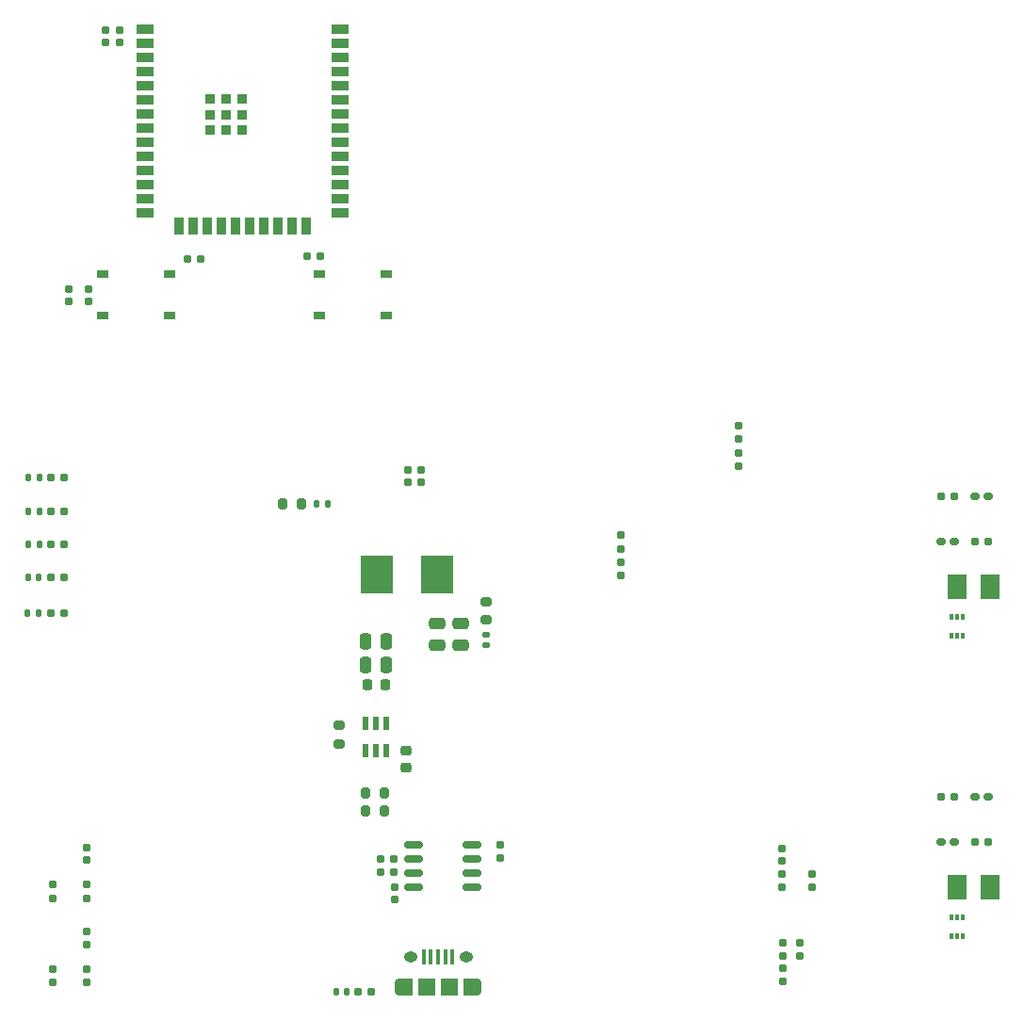
<source format=gbr>
%TF.GenerationSoftware,KiCad,Pcbnew,8.0.2*%
%TF.CreationDate,2024-05-05T14:46:41+02:00*%
%TF.ProjectId,Panelizacja,50616e65-6c69-47a6-9163-6a612e6b6963,rev?*%
%TF.SameCoordinates,Original*%
%TF.FileFunction,Paste,Top*%
%TF.FilePolarity,Positive*%
%FSLAX46Y46*%
G04 Gerber Fmt 4.6, Leading zero omitted, Abs format (unit mm)*
G04 Created by KiCad (PCBNEW 8.0.2) date 2024-05-05 14:46:41*
%MOMM*%
%LPD*%
G01*
G04 APERTURE LIST*
G04 Aperture macros list*
%AMRoundRect*
0 Rectangle with rounded corners*
0 $1 Rounding radius*
0 $2 $3 $4 $5 $6 $7 $8 $9 X,Y pos of 4 corners*
0 Add a 4 corners polygon primitive as box body*
4,1,4,$2,$3,$4,$5,$6,$7,$8,$9,$2,$3,0*
0 Add four circle primitives for the rounded corners*
1,1,$1+$1,$2,$3*
1,1,$1+$1,$4,$5*
1,1,$1+$1,$6,$7*
1,1,$1+$1,$8,$9*
0 Add four rect primitives between the rounded corners*
20,1,$1+$1,$2,$3,$4,$5,0*
20,1,$1+$1,$4,$5,$6,$7,0*
20,1,$1+$1,$6,$7,$8,$9,0*
20,1,$1+$1,$8,$9,$2,$3,0*%
G04 Aperture macros list end*
%ADD10RoundRect,0.250000X0.475000X-0.250000X0.475000X0.250000X-0.475000X0.250000X-0.475000X-0.250000X0*%
%ADD11RoundRect,0.155000X0.155000X-0.212500X0.155000X0.212500X-0.155000X0.212500X-0.155000X-0.212500X0*%
%ADD12RoundRect,0.160000X0.197500X0.160000X-0.197500X0.160000X-0.197500X-0.160000X0.197500X-0.160000X0*%
%ADD13RoundRect,0.160000X-0.197500X-0.160000X0.197500X-0.160000X0.197500X0.160000X-0.197500X0.160000X0*%
%ADD14RoundRect,0.147500X-0.147500X-0.172500X0.147500X-0.172500X0.147500X0.172500X-0.147500X0.172500X0*%
%ADD15RoundRect,0.147500X0.172500X-0.147500X0.172500X0.147500X-0.172500X0.147500X-0.172500X-0.147500X0*%
%ADD16RoundRect,0.160000X0.160000X-0.197500X0.160000X0.197500X-0.160000X0.197500X-0.160000X-0.197500X0*%
%ADD17RoundRect,0.250000X-0.250000X-0.475000X0.250000X-0.475000X0.250000X0.475000X-0.250000X0.475000X0*%
%ADD18R,0.600000X1.250000*%
%ADD19RoundRect,0.155000X-0.155000X0.212500X-0.155000X-0.212500X0.155000X-0.212500X0.155000X0.212500X0*%
%ADD20R,1.000000X0.750000*%
%ADD21RoundRect,0.160000X0.222500X0.160000X-0.222500X0.160000X-0.222500X-0.160000X0.222500X-0.160000X0*%
%ADD22RoundRect,0.160000X-0.222500X-0.160000X0.222500X-0.160000X0.222500X0.160000X-0.222500X0.160000X0*%
%ADD23RoundRect,0.200000X-0.200000X-0.275000X0.200000X-0.275000X0.200000X0.275000X-0.200000X0.275000X0*%
%ADD24RoundRect,0.160000X-0.160000X0.197500X-0.160000X-0.197500X0.160000X-0.197500X0.160000X0.197500X0*%
%ADD25RoundRect,0.225000X-0.225000X-0.250000X0.225000X-0.250000X0.225000X0.250000X-0.225000X0.250000X0*%
%ADD26RoundRect,0.200000X0.275000X-0.200000X0.275000X0.200000X-0.275000X0.200000X-0.275000X-0.200000X0*%
%ADD27RoundRect,0.225000X-0.250000X0.225000X-0.250000X-0.225000X0.250000X-0.225000X0.250000X0.225000X0*%
%ADD28R,2.950000X3.500000*%
%ADD29RoundRect,0.200000X0.200000X0.275000X-0.200000X0.275000X-0.200000X-0.275000X0.200000X-0.275000X0*%
%ADD30RoundRect,0.147500X0.147500X0.172500X-0.147500X0.172500X-0.147500X-0.172500X0.147500X-0.172500X0*%
%ADD31R,1.800000X2.250000*%
%ADD32RoundRect,0.150000X0.675000X0.150000X-0.675000X0.150000X-0.675000X-0.150000X0.675000X-0.150000X0*%
%ADD33R,0.300000X0.475000*%
%ADD34O,0.890000X1.550000*%
%ADD35O,1.250000X0.950000*%
%ADD36R,0.400000X1.350000*%
%ADD37R,1.200000X1.550000*%
%ADD38R,1.500000X1.550000*%
%ADD39R,1.500000X0.900000*%
%ADD40R,0.900000X1.500000*%
%ADD41R,0.900000X0.900000*%
G04 APERTURE END LIST*
D10*
%TO.C,C5*%
X54007121Y-85742878D03*
X54007121Y-83842878D03*
%TD*%
D11*
%TO.C,C11*%
X85007121Y-105160378D03*
X85007121Y-104025378D03*
%TD*%
D12*
%TO.C,R1*%
X32797500Y-51000000D03*
X31602500Y-51000000D03*
%TD*%
%TO.C,R8*%
X50107121Y-106192878D03*
X48912121Y-106192878D03*
%TD*%
D13*
%TO.C,R2*%
X99318500Y-72384000D03*
X100513500Y-72384000D03*
%TD*%
D14*
%TO.C,D2*%
X17217121Y-82892878D03*
X18187121Y-82892878D03*
%TD*%
D12*
%TO.C,R1*%
X103561500Y-103448000D03*
X102366500Y-103448000D03*
%TD*%
D15*
%TO.C,D4*%
X58457121Y-85777878D03*
X58457121Y-84807878D03*
%TD*%
D16*
%TO.C,R24*%
X22507121Y-108492878D03*
X22507121Y-107297878D03*
%TD*%
D12*
%TO.C,R1*%
X103561500Y-76448000D03*
X102366500Y-76448000D03*
%TD*%
D17*
%TO.C,C6*%
X47582121Y-85392878D03*
X49482121Y-85392878D03*
%TD*%
D18*
%TO.C,IC1*%
X49482121Y-92742878D03*
X48532121Y-92742878D03*
X47582121Y-92742878D03*
X47582121Y-95242878D03*
X48532121Y-95242878D03*
X49482121Y-95242878D03*
%TD*%
D16*
%TO.C,R26*%
X86607121Y-113690378D03*
X86607121Y-112495378D03*
%TD*%
D13*
%TO.C,R2*%
X42352500Y-50750000D03*
X43547500Y-50750000D03*
%TD*%
%TO.C,R2*%
X99318500Y-99384000D03*
X100513500Y-99384000D03*
%TD*%
D19*
%TO.C,C12*%
X85107121Y-114825378D03*
X85107121Y-115960378D03*
%TD*%
D11*
%TO.C,C1*%
X24200000Y-31567500D03*
X24200000Y-30432500D03*
%TD*%
D14*
%TO.C,D8*%
X17307121Y-70692878D03*
X18277121Y-70692878D03*
%TD*%
D13*
%TO.C,R9*%
X46912121Y-116892878D03*
X48107121Y-116892878D03*
%TD*%
D16*
%TO.C,R1*%
X70507121Y-79487878D03*
X70507121Y-78292878D03*
%TD*%
D20*
%TO.C,SW2*%
X49450000Y-56125000D03*
X43450000Y-56125000D03*
X49450000Y-52375000D03*
X43450000Y-52375000D03*
%TD*%
D13*
%TO.C,R3*%
X51409621Y-69992878D03*
X52604621Y-69992878D03*
%TD*%
D21*
%TO.C,D1*%
X103536500Y-72384000D03*
X102391500Y-72384000D03*
%TD*%
D22*
%TO.C,D2*%
X99343500Y-76448000D03*
X100488500Y-76448000D03*
%TD*%
D23*
%TO.C,R11*%
X47582121Y-100642878D03*
X49232121Y-100642878D03*
%TD*%
D13*
%TO.C,R4*%
X51409621Y-71092878D03*
X52604621Y-71092878D03*
%TD*%
D20*
%TO.C,SW1*%
X29950000Y-56125000D03*
X23950000Y-56125000D03*
X29950000Y-52375000D03*
X23950000Y-52375000D03*
%TD*%
D11*
%TO.C,C2*%
X25450000Y-31567500D03*
X25450000Y-30432500D03*
%TD*%
D21*
%TO.C,D1*%
X103536500Y-99384000D03*
X102391500Y-99384000D03*
%TD*%
D14*
%TO.C,D6*%
X17304621Y-76692878D03*
X18274621Y-76692878D03*
%TD*%
D12*
%TO.C,R7*%
X50104621Y-104992878D03*
X48909621Y-104992878D03*
%TD*%
D24*
%TO.C,R21*%
X19507121Y-114895378D03*
X19507121Y-116090378D03*
%TD*%
D14*
%TO.C,D1*%
X44924621Y-116892878D03*
X45894621Y-116892878D03*
%TD*%
%TO.C,D5*%
X17239621Y-79692878D03*
X18209621Y-79692878D03*
%TD*%
D25*
%TO.C,C8*%
X47782121Y-89292878D03*
X49332121Y-89292878D03*
%TD*%
D17*
%TO.C,C7*%
X47582121Y-87492878D03*
X49482121Y-87492878D03*
%TD*%
D11*
%TO.C,C10*%
X22507121Y-112660378D03*
X22507121Y-111525378D03*
%TD*%
D26*
%TO.C,R10*%
X45182121Y-94617878D03*
X45182121Y-92967878D03*
%TD*%
D16*
%TO.C,R5*%
X81107121Y-67190378D03*
X81107121Y-65995378D03*
%TD*%
D24*
%TO.C,R27*%
X85107121Y-112495378D03*
X85107121Y-113690378D03*
%TD*%
D12*
%TO.C,R18*%
X20502121Y-73692878D03*
X19307121Y-73692878D03*
%TD*%
D27*
%TO.C,C3*%
X51257121Y-95217878D03*
X51257121Y-96767878D03*
%TD*%
D28*
%TO.C,L1*%
X54007121Y-79392878D03*
X48557121Y-79392878D03*
%TD*%
D29*
%TO.C,R12*%
X49232121Y-99042878D03*
X47582121Y-99042878D03*
%TD*%
D30*
%TO.C,D3*%
X44182121Y-73092878D03*
X43212121Y-73092878D03*
%TD*%
D16*
%TO.C,R6*%
X81107121Y-69690378D03*
X81107121Y-68495378D03*
%TD*%
D31*
%TO.C,C1*%
X100777400Y-107512000D03*
X103677400Y-107512000D03*
%TD*%
D19*
%TO.C,C3*%
X20900000Y-53732500D03*
X20900000Y-54867500D03*
%TD*%
D11*
%TO.C,C9*%
X22507121Y-105060378D03*
X22507121Y-103925378D03*
%TD*%
D32*
%TO.C,U1*%
X57132121Y-107497878D03*
X57132121Y-106227878D03*
X57132121Y-104957878D03*
X57132121Y-103687878D03*
X51882121Y-103687878D03*
X51882121Y-104957878D03*
X51882121Y-106227878D03*
X51882121Y-107497878D03*
%TD*%
D22*
%TO.C,D2*%
X99343500Y-103448000D03*
X100488500Y-103448000D03*
%TD*%
D12*
%TO.C,R19*%
X20502121Y-70692878D03*
X19307121Y-70692878D03*
%TD*%
D33*
%TO.C,IC1*%
X100250600Y-84906000D03*
X100750600Y-84906000D03*
X101250600Y-84906000D03*
X101250600Y-83230000D03*
X100750600Y-83230000D03*
X100250600Y-83230000D03*
%TD*%
D16*
%TO.C,R2*%
X70507121Y-77085378D03*
X70507121Y-75890378D03*
%TD*%
D10*
%TO.C,C4*%
X56107121Y-85742878D03*
X56107121Y-83842878D03*
%TD*%
D24*
%TO.C,R23*%
X87707121Y-106295378D03*
X87707121Y-107490378D03*
%TD*%
D34*
%TO.C,J14*%
X50607121Y-116492878D03*
D35*
X51607121Y-113792878D03*
X56607121Y-113792878D03*
D34*
X57607121Y-116492878D03*
D36*
X52807121Y-113792878D03*
X53457121Y-113792878D03*
X54107121Y-113792878D03*
X54757121Y-113792878D03*
X55407121Y-113792878D03*
D37*
X51207121Y-116492878D03*
D38*
X53107121Y-116492878D03*
X55107121Y-116492878D03*
D37*
X57007121Y-116492878D03*
%TD*%
D12*
%TO.C,R17*%
X20502121Y-76692878D03*
X19307121Y-76692878D03*
%TD*%
D33*
%TO.C,IC1*%
X100250600Y-111906000D03*
X100750600Y-111906000D03*
X101250600Y-111906000D03*
X101250600Y-110230000D03*
X100750600Y-110230000D03*
X100250600Y-110230000D03*
%TD*%
D19*
%TO.C,C2*%
X50207121Y-107492878D03*
X50207121Y-108627878D03*
%TD*%
D31*
%TO.C,C1*%
X100777400Y-80512000D03*
X103677400Y-80512000D03*
%TD*%
D14*
%TO.C,D7*%
X17304621Y-73692878D03*
X18274621Y-73692878D03*
%TD*%
D16*
%TO.C,R25*%
X85007121Y-107490378D03*
X85007121Y-106295378D03*
%TD*%
D19*
%TO.C,C1*%
X59707121Y-103725378D03*
X59707121Y-104860378D03*
%TD*%
D26*
%TO.C,R15*%
X58457121Y-83482878D03*
X58457121Y-81832878D03*
%TD*%
D39*
%TO.C,IC1*%
X27800000Y-30360000D03*
X27800000Y-31630000D03*
X27800000Y-32900000D03*
X27800000Y-34170000D03*
X27800000Y-35440000D03*
X27800000Y-36710000D03*
X27800000Y-37980000D03*
X27800000Y-39250000D03*
X27800000Y-40520000D03*
X27800000Y-41790000D03*
X27800000Y-43060000D03*
X27800000Y-44330000D03*
X27800000Y-45600000D03*
X27800000Y-46870000D03*
D40*
X30835000Y-48120000D03*
X32105000Y-48120000D03*
X33375000Y-48120000D03*
X34645000Y-48120000D03*
X35915000Y-48120000D03*
X37185000Y-48120000D03*
X38455000Y-48120000D03*
X39725000Y-48120000D03*
X40995000Y-48120000D03*
X42265000Y-48120000D03*
D39*
X45300000Y-46870000D03*
X45300000Y-45600000D03*
X45300000Y-44330000D03*
X45300000Y-43060000D03*
X45300000Y-41790000D03*
X45300000Y-40520000D03*
X45300000Y-39250000D03*
X45300000Y-37980000D03*
X45300000Y-36710000D03*
X45300000Y-35440000D03*
X45300000Y-34170000D03*
X45300000Y-32900000D03*
X45300000Y-31630000D03*
X45300000Y-30360000D03*
D41*
X33650000Y-36680000D03*
X33650000Y-38080000D03*
X33650000Y-39480000D03*
X35050000Y-39480000D03*
X36450000Y-39480000D03*
X36450000Y-38080000D03*
X36450000Y-36680000D03*
X35050000Y-36680000D03*
X35050000Y-38080000D03*
%TD*%
D12*
%TO.C,R14*%
X20522121Y-79692878D03*
X19327121Y-79692878D03*
%TD*%
D11*
%TO.C,C4*%
X22700000Y-54885000D03*
X22700000Y-53750000D03*
%TD*%
D12*
%TO.C,R13*%
X20502121Y-82892878D03*
X19307121Y-82892878D03*
%TD*%
D24*
%TO.C,R20*%
X19507121Y-107295378D03*
X19507121Y-108490378D03*
%TD*%
D16*
%TO.C,R22*%
X22507121Y-116090378D03*
X22507121Y-114895378D03*
%TD*%
D29*
%TO.C,R16*%
X41807121Y-73092878D03*
X40157121Y-73092878D03*
%TD*%
M02*

</source>
